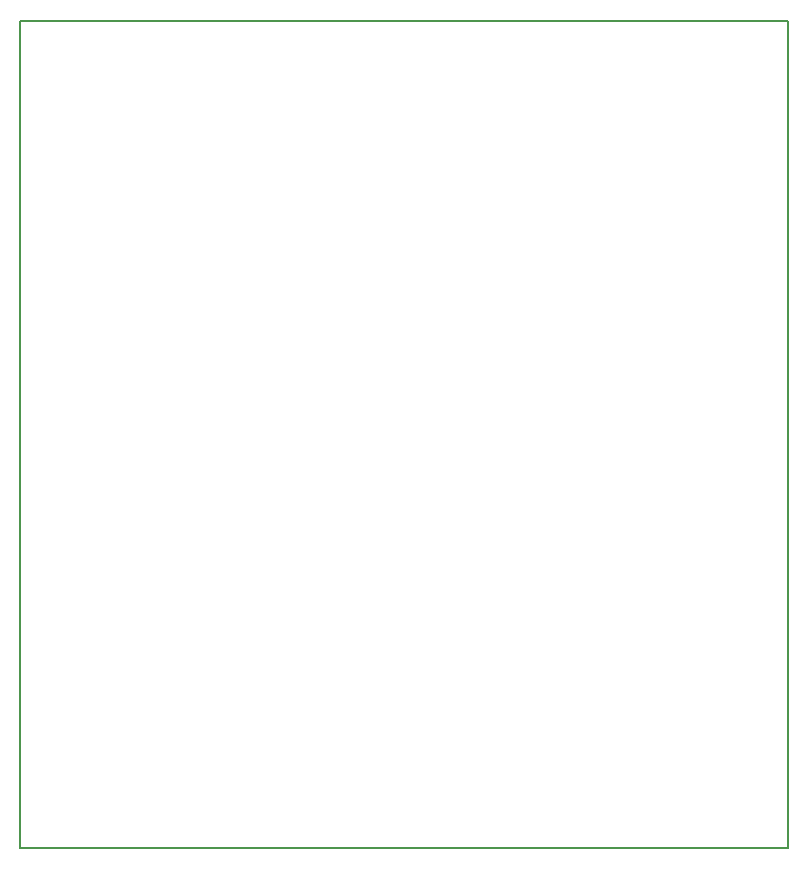
<source format=gm1>
G04 #@! TF.GenerationSoftware,KiCad,Pcbnew,8.0.5*
G04 #@! TF.CreationDate,2024-10-05T13:15:26+02:00*
G04 #@! TF.ProjectId,auxboard,61757862-6f61-4726-942e-6b696361645f,rev?*
G04 #@! TF.SameCoordinates,Original*
G04 #@! TF.FileFunction,Profile,NP*
%FSLAX46Y46*%
G04 Gerber Fmt 4.6, Leading zero omitted, Abs format (unit mm)*
G04 Created by KiCad (PCBNEW 8.0.5) date 2024-10-05 13:15:26*
%MOMM*%
%LPD*%
G01*
G04 APERTURE LIST*
G04 #@! TA.AperFunction,Profile*
%ADD10C,0.200000*%
G04 #@! TD*
G04 APERTURE END LIST*
D10*
X100000000Y-50000000D02*
X100000000Y-120000000D01*
X165000000Y-50000000D02*
X100000000Y-50000000D01*
X100000000Y-120000000D02*
X165000000Y-120000000D01*
X165000000Y-120000000D02*
X165000000Y-50000000D01*
M02*

</source>
